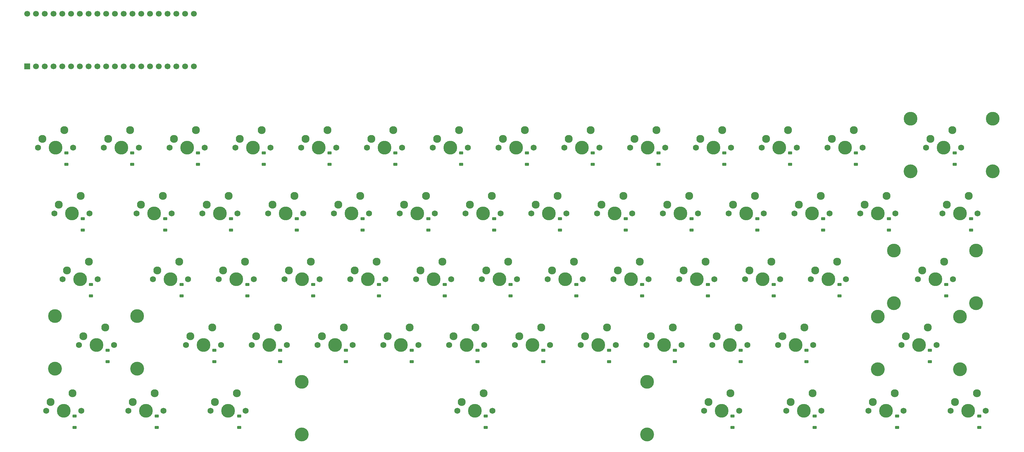
<source format=gbr>
%TF.GenerationSoftware,KiCad,Pcbnew,9.0.3*%
%TF.CreationDate,2025-08-13T20:15:07-07:00*%
%TF.ProjectId,keyboardpls,6b657962-6f61-4726-9470-6c732e6b6963,rev?*%
%TF.SameCoordinates,Original*%
%TF.FileFunction,Soldermask,Bot*%
%TF.FilePolarity,Negative*%
%FSLAX46Y46*%
G04 Gerber Fmt 4.6, Leading zero omitted, Abs format (unit mm)*
G04 Created by KiCad (PCBNEW 9.0.3) date 2025-08-13 20:15:07*
%MOMM*%
%LPD*%
G01*
G04 APERTURE LIST*
G04 Aperture macros list*
%AMRoundRect*
0 Rectangle with rounded corners*
0 $1 Rounding radius*
0 $2 $3 $4 $5 $6 $7 $8 $9 X,Y pos of 4 corners*
0 Add a 4 corners polygon primitive as box body*
4,1,4,$2,$3,$4,$5,$6,$7,$8,$9,$2,$3,0*
0 Add four circle primitives for the rounded corners*
1,1,$1+$1,$2,$3*
1,1,$1+$1,$4,$5*
1,1,$1+$1,$6,$7*
1,1,$1+$1,$8,$9*
0 Add four rect primitives between the rounded corners*
20,1,$1+$1,$2,$3,$4,$5,0*
20,1,$1+$1,$4,$5,$6,$7,0*
20,1,$1+$1,$6,$7,$8,$9,0*
20,1,$1+$1,$8,$9,$2,$3,0*%
G04 Aperture macros list end*
%ADD10C,1.750000*%
%ADD11C,3.987800*%
%ADD12C,2.300000*%
%ADD13C,4.000000*%
%ADD14RoundRect,0.225000X0.375000X-0.225000X0.375000X0.225000X-0.375000X0.225000X-0.375000X-0.225000X0*%
%ADD15R,1.700000X1.700000*%
%ADD16C,1.700000*%
G04 APERTURE END LIST*
D10*
%TO.C,MX41*%
X329962650Y-157207700D03*
D11*
X335042650Y-157207700D03*
D10*
X340122650Y-157207700D03*
D12*
X331232650Y-154667700D03*
X337582650Y-152127700D03*
%TD*%
D10*
%TO.C,MX23*%
X237093900Y-138157700D03*
D11*
X242173900Y-138157700D03*
D10*
X247253900Y-138157700D03*
D12*
X238363900Y-135617700D03*
X244713900Y-133077700D03*
%TD*%
D10*
%TO.C,MX36*%
X222806400Y-157207700D03*
D11*
X227886400Y-157207700D03*
D10*
X232966400Y-157207700D03*
D12*
X224076400Y-154667700D03*
X230426400Y-152127700D03*
%TD*%
D10*
%TO.C,MX3*%
X113268900Y-119107700D03*
D11*
X118348900Y-119107700D03*
D10*
X123428900Y-119107700D03*
D12*
X114538900Y-116567700D03*
X120888900Y-114027700D03*
%TD*%
D10*
%TO.C,MX37*%
X241856400Y-157207700D03*
D11*
X246936400Y-157207700D03*
D10*
X252016400Y-157207700D03*
D12*
X243126400Y-154667700D03*
X249476400Y-152127700D03*
%TD*%
D10*
%TO.C,MX14*%
X332343900Y-119107700D03*
D11*
X337423900Y-119107700D03*
D10*
X342503900Y-119107700D03*
D12*
X333613900Y-116567700D03*
X339963900Y-114027700D03*
%TD*%
D10*
%TO.C,MX53*%
X325200150Y-176257700D03*
D11*
X330280150Y-176257700D03*
D10*
X335360150Y-176257700D03*
D12*
X326470150Y-173717700D03*
X332820150Y-171177700D03*
%TD*%
D10*
%TO.C,MX56*%
X125175150Y-195307700D03*
D11*
X130255150Y-195307700D03*
D10*
X135335150Y-195307700D03*
D12*
X126445150Y-192767700D03*
X132795150Y-190227700D03*
%TD*%
D10*
%TO.C,MX40*%
X299006400Y-157207700D03*
D11*
X304086400Y-157207700D03*
D10*
X309166400Y-157207700D03*
D12*
X300276400Y-154667700D03*
X306626400Y-152127700D03*
%TD*%
D10*
%TO.C,MX33*%
X165656400Y-157207700D03*
D11*
X170736400Y-157207700D03*
D10*
X175816400Y-157207700D03*
D12*
X166926400Y-154667700D03*
X173276400Y-152127700D03*
%TD*%
D10*
%TO.C,MX47*%
X194231400Y-176257700D03*
D11*
X199311400Y-176257700D03*
D10*
X204391400Y-176257700D03*
D12*
X195501400Y-173717700D03*
X201851400Y-171177700D03*
%TD*%
D10*
%TO.C,MX16*%
X103743900Y-138157700D03*
D11*
X108823900Y-138157700D03*
D10*
X113903900Y-138157700D03*
D12*
X105013900Y-135617700D03*
X111363900Y-133077700D03*
%TD*%
D10*
%TO.C,MX59*%
X291862650Y-195307700D03*
D11*
X296942650Y-195307700D03*
D10*
X302022650Y-195307700D03*
D12*
X293132650Y-192767700D03*
X299482650Y-190227700D03*
%TD*%
D13*
%TO.C,RightShiftStab1*%
X342166400Y-183337700D03*
D11*
X342166400Y-168097700D03*
D13*
X318353900Y-183337700D03*
D11*
X318353900Y-168097700D03*
%TD*%
D10*
%TO.C,MX18*%
X141843900Y-138157700D03*
D11*
X146923900Y-138157700D03*
D10*
X152003900Y-138157700D03*
D12*
X143113900Y-135617700D03*
X149463900Y-133077700D03*
%TD*%
D13*
%TO.C,BackSpaceStab1*%
X346829000Y-164197200D03*
D11*
X346829000Y-148957200D03*
D13*
X323016500Y-164197200D03*
D11*
X323016500Y-148957200D03*
%TD*%
D13*
%TO.C,LeftShiftStab1*%
X103924700Y-183090600D03*
D11*
X103924700Y-167850600D03*
D13*
X80112200Y-183090600D03*
D11*
X80112200Y-167850600D03*
%TD*%
D10*
%TO.C,MX11*%
X265668900Y-119107700D03*
D11*
X270748900Y-119107700D03*
D10*
X275828900Y-119107700D03*
D12*
X266938900Y-116567700D03*
X273288900Y-114027700D03*
%TD*%
D10*
%TO.C,MX12*%
X284718900Y-119107700D03*
D11*
X289798900Y-119107700D03*
D10*
X294878900Y-119107700D03*
D12*
X285988900Y-116567700D03*
X292338900Y-114027700D03*
%TD*%
D10*
%TO.C,MX31*%
X127556400Y-157207700D03*
D11*
X132636400Y-157207700D03*
D10*
X137716400Y-157207700D03*
D12*
X128826400Y-154667700D03*
X135176400Y-152127700D03*
%TD*%
D10*
%TO.C,MX30*%
X108506400Y-157207700D03*
D11*
X113586400Y-157207700D03*
D10*
X118666400Y-157207700D03*
D12*
X109776400Y-154667700D03*
X116126400Y-152127700D03*
%TD*%
D10*
%TO.C,MX49*%
X232331400Y-176257700D03*
D11*
X237411400Y-176257700D03*
D10*
X242491400Y-176257700D03*
D12*
X233601400Y-173717700D03*
X239951400Y-171177700D03*
%TD*%
D10*
%TO.C,MX57*%
X196612650Y-195307700D03*
D11*
X201692650Y-195307700D03*
D10*
X206772650Y-195307700D03*
D12*
X197882650Y-192767700D03*
X204232650Y-190227700D03*
%TD*%
D10*
%TO.C,MX52*%
X289481400Y-176257700D03*
D11*
X294561400Y-176257700D03*
D10*
X299641400Y-176257700D03*
D12*
X290751400Y-173717700D03*
X297101400Y-171177700D03*
%TD*%
D13*
%TO.C,SpaceStab1*%
X251566700Y-202141800D03*
D11*
X251566700Y-186901800D03*
D13*
X151554200Y-202141800D03*
D11*
X151554200Y-186901800D03*
%TD*%
D10*
%TO.C,MX10*%
X246618900Y-119107700D03*
D11*
X251698900Y-119107700D03*
D10*
X256778900Y-119107700D03*
D12*
X247888900Y-116567700D03*
X254238900Y-114027700D03*
%TD*%
D10*
%TO.C,MX54*%
X77550150Y-195307700D03*
D11*
X82630150Y-195307700D03*
D10*
X87710150Y-195307700D03*
D12*
X78820150Y-192767700D03*
X85170150Y-190227700D03*
%TD*%
D10*
%TO.C,MX35*%
X203756400Y-157207700D03*
D11*
X208836400Y-157207700D03*
D10*
X213916400Y-157207700D03*
D12*
X205026400Y-154667700D03*
X211376400Y-152127700D03*
%TD*%
D10*
%TO.C,MX9*%
X227568900Y-119107700D03*
D11*
X232648900Y-119107700D03*
D10*
X237728900Y-119107700D03*
D12*
X228838900Y-116567700D03*
X235188900Y-114027700D03*
%TD*%
D10*
%TO.C,MX32*%
X146606400Y-157207700D03*
D11*
X151686400Y-157207700D03*
D10*
X156766400Y-157207700D03*
D12*
X147876400Y-154667700D03*
X154226400Y-152127700D03*
%TD*%
D10*
%TO.C,MX19*%
X160893900Y-138157700D03*
D11*
X165973900Y-138157700D03*
D10*
X171053900Y-138157700D03*
D12*
X162163900Y-135617700D03*
X168513900Y-133077700D03*
%TD*%
D10*
%TO.C,MX43*%
X118031400Y-176257700D03*
D11*
X123111400Y-176257700D03*
D10*
X128191400Y-176257700D03*
D12*
X119301400Y-173717700D03*
X125651400Y-171177700D03*
%TD*%
D13*
%TO.C,EnterStab1*%
X351685000Y-125937000D03*
D11*
X351685000Y-110697000D03*
D13*
X327872500Y-125937000D03*
D11*
X327872500Y-110697000D03*
%TD*%
D10*
%TO.C,MX2*%
X94218900Y-119107700D03*
D11*
X99298900Y-119107700D03*
D10*
X104378900Y-119107700D03*
D12*
X95488900Y-116567700D03*
X101838900Y-114027700D03*
%TD*%
D10*
%TO.C,MX42*%
X87075150Y-176257700D03*
D11*
X92155150Y-176257700D03*
D10*
X97235150Y-176257700D03*
D12*
X88345150Y-173717700D03*
X94695150Y-171177700D03*
%TD*%
D10*
%TO.C,MX60*%
X315675150Y-195307700D03*
D11*
X320755150Y-195307700D03*
D10*
X325835150Y-195307700D03*
D12*
X316945150Y-192767700D03*
X323295150Y-190227700D03*
%TD*%
D10*
%TO.C,MX21*%
X198993900Y-138157700D03*
D11*
X204073900Y-138157700D03*
D10*
X209153900Y-138157700D03*
D12*
X200263900Y-135617700D03*
X206613900Y-133077700D03*
%TD*%
D10*
%TO.C,MX34*%
X184706400Y-157207700D03*
D11*
X189786400Y-157207700D03*
D10*
X194866400Y-157207700D03*
D12*
X185976400Y-154667700D03*
X192326400Y-152127700D03*
%TD*%
D10*
%TO.C,MX27*%
X313293900Y-138157700D03*
D11*
X318373900Y-138157700D03*
D10*
X323453900Y-138157700D03*
D12*
X314563900Y-135617700D03*
X320913900Y-133077700D03*
%TD*%
D10*
%TO.C,MX28*%
X337106400Y-138157700D03*
D11*
X342186400Y-138157700D03*
D10*
X347266400Y-138157700D03*
D12*
X338376400Y-135617700D03*
X344726400Y-133077700D03*
%TD*%
D10*
%TO.C,MX58*%
X268050150Y-195307700D03*
D11*
X273130150Y-195307700D03*
D10*
X278210150Y-195307700D03*
D12*
X269320150Y-192767700D03*
X275670150Y-190227700D03*
%TD*%
D10*
%TO.C,MX5*%
X151368900Y-119107700D03*
D11*
X156448900Y-119107700D03*
D10*
X161528900Y-119107700D03*
D12*
X152638900Y-116567700D03*
X158988900Y-114027700D03*
%TD*%
D10*
%TO.C,MX38*%
X260906400Y-157207700D03*
D11*
X265986400Y-157207700D03*
D10*
X271066400Y-157207700D03*
D12*
X262176400Y-154667700D03*
X268526400Y-152127700D03*
%TD*%
D10*
%TO.C,MX61*%
X339487650Y-195307700D03*
D11*
X344567650Y-195307700D03*
D10*
X349647650Y-195307700D03*
D12*
X340757650Y-192767700D03*
X347107650Y-190227700D03*
%TD*%
D10*
%TO.C,MX24*%
X256143900Y-138157700D03*
D11*
X261223900Y-138157700D03*
D10*
X266303900Y-138157700D03*
D12*
X257413900Y-135617700D03*
X263763900Y-133077700D03*
%TD*%
D10*
%TO.C,MX48*%
X213281400Y-176257700D03*
D11*
X218361400Y-176257700D03*
D10*
X223441400Y-176257700D03*
D12*
X214551400Y-173717700D03*
X220901400Y-171177700D03*
%TD*%
D10*
%TO.C,MX44*%
X137081400Y-176257700D03*
D11*
X142161400Y-176257700D03*
D10*
X147241400Y-176257700D03*
D12*
X138351400Y-173717700D03*
X144701400Y-171177700D03*
%TD*%
D10*
%TO.C,MX1*%
X75168900Y-119107700D03*
D11*
X80248900Y-119107700D03*
D10*
X85328900Y-119107700D03*
D12*
X76438900Y-116567700D03*
X82788900Y-114027700D03*
%TD*%
D10*
%TO.C,MX20*%
X179943900Y-138157700D03*
D11*
X185023900Y-138157700D03*
D10*
X190103900Y-138157700D03*
D12*
X181213900Y-135617700D03*
X187563900Y-133077700D03*
%TD*%
D10*
%TO.C,MX4*%
X132318900Y-119107700D03*
D11*
X137398900Y-119107700D03*
D10*
X142478900Y-119107700D03*
D12*
X133588900Y-116567700D03*
X139938900Y-114027700D03*
%TD*%
D10*
%TO.C,MX8*%
X208518900Y-119107700D03*
D11*
X213598900Y-119107700D03*
D10*
X218678900Y-119107700D03*
D12*
X209788900Y-116567700D03*
X216138900Y-114027700D03*
%TD*%
D10*
%TO.C,MX55*%
X101362650Y-195307700D03*
D11*
X106442650Y-195307700D03*
D10*
X111522650Y-195307700D03*
D12*
X102632650Y-192767700D03*
X108982650Y-190227700D03*
%TD*%
D10*
%TO.C,MX7*%
X189468900Y-119107700D03*
D11*
X194548900Y-119107700D03*
D10*
X199628900Y-119107700D03*
D12*
X190738900Y-116567700D03*
X197088900Y-114027700D03*
%TD*%
D10*
%TO.C,MX22*%
X218043900Y-138157700D03*
D11*
X223123900Y-138157700D03*
D10*
X228203900Y-138157700D03*
D12*
X219313900Y-135617700D03*
X225663900Y-133077700D03*
%TD*%
D10*
%TO.C,MX13*%
X303768900Y-119107700D03*
D11*
X308848900Y-119107700D03*
D10*
X313928900Y-119107700D03*
D12*
X305038900Y-116567700D03*
X311388900Y-114027700D03*
%TD*%
D10*
%TO.C,MX51*%
X270431400Y-176257700D03*
D11*
X275511400Y-176257700D03*
D10*
X280591400Y-176257700D03*
D12*
X271701400Y-173717700D03*
X278051400Y-171177700D03*
%TD*%
D10*
%TO.C,MX50*%
X251381400Y-176257700D03*
D11*
X256461400Y-176257700D03*
D10*
X261541400Y-176257700D03*
D12*
X252651400Y-173717700D03*
X259001400Y-171177700D03*
%TD*%
D10*
%TO.C,MX29*%
X82312650Y-157207700D03*
D11*
X87392650Y-157207700D03*
D10*
X92472650Y-157207700D03*
D12*
X83582650Y-154667700D03*
X89932650Y-152127700D03*
%TD*%
D10*
%TO.C,MX39*%
X279956400Y-157207700D03*
D11*
X285036400Y-157207700D03*
D10*
X290116400Y-157207700D03*
D12*
X281226400Y-154667700D03*
X287576400Y-152127700D03*
%TD*%
D10*
%TO.C,MX15*%
X79931400Y-138157700D03*
D11*
X85011400Y-138157700D03*
D10*
X90091400Y-138157700D03*
D12*
X81201400Y-135617700D03*
X87551400Y-133077700D03*
%TD*%
D10*
%TO.C,MX45*%
X156131400Y-176257700D03*
D11*
X161211400Y-176257700D03*
D10*
X166291400Y-176257700D03*
D12*
X157401400Y-173717700D03*
X163751400Y-171177700D03*
%TD*%
D10*
%TO.C,MX17*%
X122793900Y-138157700D03*
D11*
X127873900Y-138157700D03*
D10*
X132953900Y-138157700D03*
D12*
X124063900Y-135617700D03*
X130413900Y-133077700D03*
%TD*%
D10*
%TO.C,MX6*%
X170418900Y-119107700D03*
D11*
X175498900Y-119107700D03*
D10*
X180578900Y-119107700D03*
D12*
X171688900Y-116567700D03*
X178038900Y-114027700D03*
%TD*%
D10*
%TO.C,MX26*%
X294243900Y-138157700D03*
D11*
X299323900Y-138157700D03*
D10*
X304403900Y-138157700D03*
D12*
X295513900Y-135617700D03*
X301863900Y-133077700D03*
%TD*%
D10*
%TO.C,MX46*%
X175181400Y-176257700D03*
D11*
X180261400Y-176257700D03*
D10*
X185341400Y-176257700D03*
D12*
X176451400Y-173717700D03*
X182801400Y-171177700D03*
%TD*%
D10*
%TO.C,MX25*%
X275193900Y-138157700D03*
D11*
X280273900Y-138157700D03*
D10*
X285353900Y-138157700D03*
D12*
X276463900Y-135617700D03*
X282813900Y-133077700D03*
%TD*%
D14*
%TO.C,D14*%
X340599100Y-123932900D03*
X340599100Y-120632900D03*
%TD*%
%TO.C,D53*%
X333455350Y-181082900D03*
X333455350Y-177782900D03*
%TD*%
%TO.C,D50*%
X259636600Y-181082900D03*
X259636600Y-177782900D03*
%TD*%
%TO.C,D48*%
X221536600Y-181082900D03*
X221536600Y-177782900D03*
%TD*%
%TO.C,D19*%
X169149100Y-142982900D03*
X169149100Y-139682900D03*
%TD*%
%TO.C,D16*%
X111999100Y-142982900D03*
X111999100Y-139682900D03*
%TD*%
%TO.C,D27*%
X321549100Y-142982900D03*
X321549100Y-139682900D03*
%TD*%
%TO.C,D24*%
X264399100Y-142982900D03*
X264399100Y-139682900D03*
%TD*%
%TO.C,D23*%
X245349100Y-142982900D03*
X245349100Y-139682900D03*
%TD*%
%TO.C,D17*%
X131049100Y-142982900D03*
X131049100Y-139682900D03*
%TD*%
%TO.C,D43*%
X126286600Y-181082900D03*
X126286600Y-177782900D03*
%TD*%
%TO.C,D10*%
X254874100Y-123932900D03*
X254874100Y-120632900D03*
%TD*%
%TO.C,D26*%
X302499100Y-142982900D03*
X302499100Y-139682900D03*
%TD*%
%TO.C,D49*%
X240586600Y-181082900D03*
X240586600Y-177782900D03*
%TD*%
%TO.C,D35*%
X212011600Y-162032900D03*
X212011600Y-158732900D03*
%TD*%
%TO.C,D58*%
X276305350Y-200132900D03*
X276305350Y-196832900D03*
%TD*%
%TO.C,D29*%
X90567850Y-162032900D03*
X90567850Y-158732900D03*
%TD*%
%TO.C,D22*%
X226299100Y-142982900D03*
X226299100Y-139682900D03*
%TD*%
%TO.C,D15*%
X88186600Y-142982900D03*
X88186600Y-139682900D03*
%TD*%
%TO.C,D52*%
X297736600Y-181082900D03*
X297736600Y-177782900D03*
%TD*%
%TO.C,D3*%
X121524100Y-123932900D03*
X121524100Y-120632900D03*
%TD*%
%TO.C,D28*%
X345361600Y-142982900D03*
X345361600Y-139682900D03*
%TD*%
%TO.C,D20*%
X188199100Y-142982900D03*
X188199100Y-139682900D03*
%TD*%
%TO.C,D41*%
X338217850Y-162032900D03*
X338217850Y-158732900D03*
%TD*%
%TO.C,D33*%
X173911600Y-162032900D03*
X173911600Y-158732900D03*
%TD*%
%TO.C,D8*%
X216774100Y-123932900D03*
X216774100Y-120632900D03*
%TD*%
%TO.C,D2*%
X102474100Y-123932900D03*
X102474100Y-120632900D03*
%TD*%
%TO.C,D45*%
X164386600Y-181082900D03*
X164386600Y-177782900D03*
%TD*%
%TO.C,D18*%
X150099100Y-142982900D03*
X150099100Y-139682900D03*
%TD*%
%TO.C,D31*%
X135811600Y-162032900D03*
X135811600Y-158732900D03*
%TD*%
%TO.C,D56*%
X133430350Y-200132900D03*
X133430350Y-196832900D03*
%TD*%
%TO.C,D44*%
X145336600Y-181082900D03*
X145336600Y-177782900D03*
%TD*%
%TO.C,D11*%
X273924100Y-123932900D03*
X273924100Y-120632900D03*
%TD*%
%TO.C,D61*%
X347742850Y-200132900D03*
X347742850Y-196832900D03*
%TD*%
%TO.C,D37*%
X250111600Y-162032900D03*
X250111600Y-158732900D03*
%TD*%
%TO.C,D39*%
X288211600Y-162032900D03*
X288211600Y-158732900D03*
%TD*%
%TO.C,D13*%
X312024100Y-123932900D03*
X312024100Y-120632900D03*
%TD*%
%TO.C,D38*%
X269161600Y-162032900D03*
X269161600Y-158732900D03*
%TD*%
%TO.C,D21*%
X207249100Y-142982900D03*
X207249100Y-139682900D03*
%TD*%
%TO.C,D46*%
X183436600Y-181082900D03*
X183436600Y-177782900D03*
%TD*%
%TO.C,D9*%
X235824100Y-123932900D03*
X235824100Y-120632900D03*
%TD*%
%TO.C,D30*%
X116761600Y-162032900D03*
X116761600Y-158732900D03*
%TD*%
%TO.C,D5*%
X159624100Y-123932900D03*
X159624100Y-120632900D03*
%TD*%
%TO.C,D54*%
X85805350Y-200132900D03*
X85805350Y-196832900D03*
%TD*%
%TO.C,D59*%
X300117850Y-200132900D03*
X300117850Y-196832900D03*
%TD*%
%TO.C,D1*%
X83424100Y-123932900D03*
X83424100Y-120632900D03*
%TD*%
%TO.C,D25*%
X283449100Y-142982900D03*
X283449100Y-139682900D03*
%TD*%
%TO.C,D57*%
X204867850Y-200132900D03*
X204867850Y-196832900D03*
%TD*%
%TO.C,D32*%
X154861600Y-162032900D03*
X154861600Y-158732900D03*
%TD*%
%TO.C,D47*%
X202486600Y-181082900D03*
X202486600Y-177782900D03*
%TD*%
%TO.C,D4*%
X140574100Y-123932900D03*
X140574100Y-120632900D03*
%TD*%
%TO.C,D42*%
X95330350Y-181082900D03*
X95330350Y-177782900D03*
%TD*%
%TO.C,D55*%
X109617850Y-200132900D03*
X109617850Y-196832900D03*
%TD*%
%TO.C,D51*%
X278686600Y-181082900D03*
X278686600Y-177782900D03*
%TD*%
%TO.C,D34*%
X192961600Y-162032900D03*
X192961600Y-158732900D03*
%TD*%
%TO.C,D7*%
X197724100Y-123932900D03*
X197724100Y-120632900D03*
%TD*%
%TO.C,D60*%
X323930350Y-200132900D03*
X323930350Y-196832900D03*
%TD*%
%TO.C,D6*%
X178674100Y-123932900D03*
X178674100Y-120632900D03*
%TD*%
%TO.C,D12*%
X292974100Y-123932900D03*
X292974100Y-120632900D03*
%TD*%
%TO.C,D36*%
X231061600Y-162032900D03*
X231061600Y-158732900D03*
%TD*%
%TO.C,D40*%
X307261600Y-162032900D03*
X307261600Y-158732900D03*
%TD*%
D15*
%TO.C,U4*%
X72112500Y-95590000D03*
D16*
X74652500Y-95590000D03*
X77192500Y-95590000D03*
X79732500Y-95590000D03*
X82272500Y-95590000D03*
X84812500Y-95590000D03*
X87352500Y-95590000D03*
X89892500Y-95590000D03*
X92432500Y-95590000D03*
X94972500Y-95590000D03*
X97512500Y-95590000D03*
X100052500Y-95590000D03*
X102592500Y-95590000D03*
X105132500Y-95590000D03*
X107672500Y-95590000D03*
X110212500Y-95590000D03*
X112752500Y-95590000D03*
X115292500Y-95590000D03*
X117832500Y-95590000D03*
X120372500Y-95590000D03*
X120372500Y-80350000D03*
X117832500Y-80350000D03*
X115292500Y-80350000D03*
X112752500Y-80350000D03*
X110212500Y-80350000D03*
X107672500Y-80350000D03*
X105132500Y-80350000D03*
X102592500Y-80350000D03*
X100052500Y-80350000D03*
X97512500Y-80350000D03*
X94972500Y-80350000D03*
X92432500Y-80350000D03*
X89892500Y-80350000D03*
X87352500Y-80350000D03*
X84812500Y-80350000D03*
X82272500Y-80350000D03*
X79732500Y-80350000D03*
X77192500Y-80350000D03*
X74652500Y-80350000D03*
X72112500Y-80350000D03*
%TD*%
M02*

</source>
